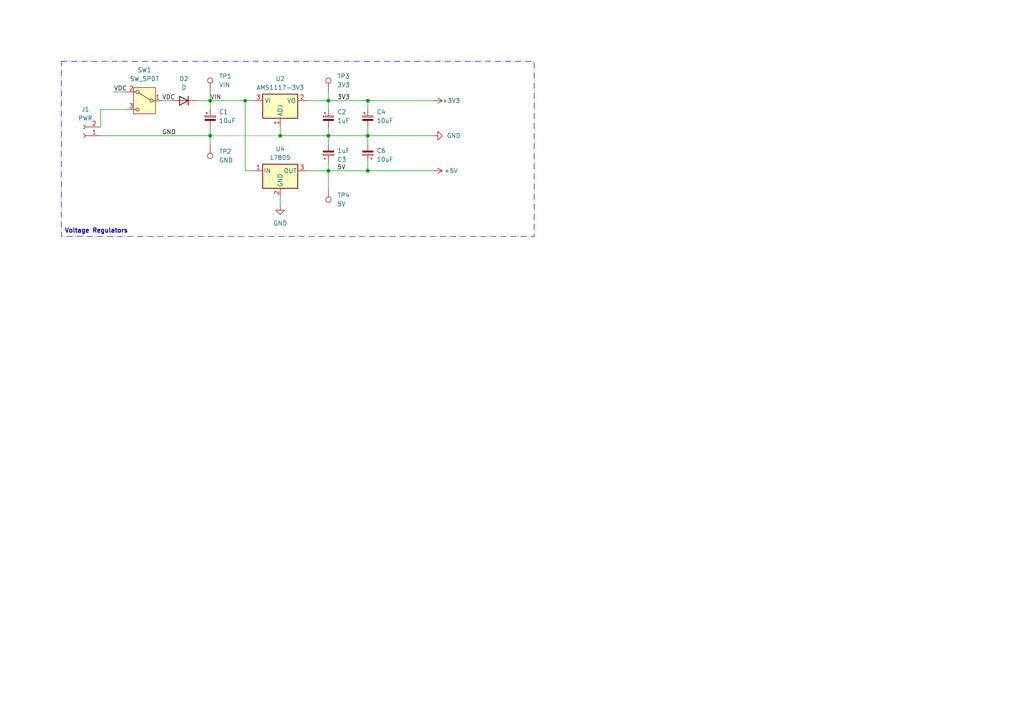
<source format=kicad_sch>
(kicad_sch (version 20231120) (generator "eeschema") (generator_version "8.0")
  (paper "A4")
  (lib_symbols
    (symbol "Alexander Symbol Library:AMS1117-3V3" (exclude_from_sim yes)
      (property "Reference" "U" (at 0 -0.254 0))
      (property "Value" "AMS1117-3V3" (at -0.508 1.778 0))
      (symbol "AMS1117-3V3_0_1"
        (rectangle (start -5.08 -8.89) (end 5.08 -1.905) (stroke (width 0.254)) (fill (type background)))
      )
      (symbol "AMS1117-3V3_1_1"
        (pin power_out line (at 0 -11.43 90) (length 2.54) (name "ADJ") (number "1"))
        (pin power_out line (at 7.62 -3.81 180) (length 2.54) (name "VO") (number "2"))
        (pin power_in line (at -7.62 -3.81 0) (length 2.54) (name "VI") (number "3"))
      )
    )
    (symbol "Alexander_Library_Symbols:SW_SPDT" (pin_names (offset 0) hide)
      (property "Reference" "SW" (at 0 5.08 0))
      (property "Value" "SW_SPDT" (at 0 -5.08 0))
      (symbol "SW_SPDT_0_1"
        (circle (center -2.032 0) (radius 0.4572))
        (polyline (pts (xy -1.651 0.254) (xy 1.651 2.286)))
        (circle (center 2.032 -2.54) (radius 0.4572))
        (circle (center 2.032 2.54) (radius 0.4572))
      )
      (symbol "SW_SPDT_1_1"
        (rectangle (start -3.175 3.81) (end 3.175 -3.81) (fill (type background)))
        (pin passive line (at -5.08 0 0) (length 2.54) (name "COM") (number "1"))
        (pin passive line (at 5.08 2.54 180) (length 2.54) (name "A") (number "2"))
        (pin passive line (at 5.08 -2.54 180) (length 2.54) (name "B") (number "3"))
      )
    )
    (symbol "Connector:Conn_01x02_Socket" (pin_names (offset 1.016) hide)
      (property "Reference" "J" (at 0 2.54 0))
      (property "Value" "Conn_01x02_Socket" (at 0 -5.08 0))
      (symbol "Conn_01x02_Socket_1_1"
        (arc (start 0 -2.032) (mid -0.5058 -2.54) (end 0 -3.048) (stroke (width 0.1524)))
        (polyline (pts (xy -1.27 -2.54) (xy -0.508 -2.54)) (stroke (width 0.1524)))
        (polyline (pts (xy -1.27 0) (xy -0.508 0)) (stroke (width 0.1524)))
        (arc (start 0 0.508) (mid -0.5058 0) (end 0 -0.508) (stroke (width 0.1524)))
        (pin passive line (at -5.08 0 0) (length 3.81) (name "Pin_1") (number "1"))
        (pin passive line (at -5.08 -2.54 0) (length 3.81) (name "Pin_2") (number "2"))
      )
    )
    (symbol "Connector:TestPoint" (pin_numbers hide) (pin_names (offset 0.762) hide)
      (property "Reference" "TP" (at 0 6.858 0))
      (property "Value" "TestPoint" (at 0 5.08 0))
      (symbol "TestPoint_0_1"
        (circle (center 0 3.302) (radius 0.762))
      )
      (symbol "TestPoint_1_1"
        (pin passive line (at 0 0 90) (length 2.54) (name "1") (number "1"))
      )
    )
    (symbol "Device:C_Polarized_Small" (pin_numbers hide) (pin_names (offset 0.254) hide)
      (property "Reference" "C" (at 0.254 1.778 0))
      (property "Value" "C_Polarized_Small" (at 0.254 -2.032 0))
      (symbol "C_Polarized_Small_0_1"
        (rectangle (start -1.524 -0.3048) (end 1.524 -0.6858) (fill (type outline)))
        (rectangle (start -1.524 0.6858) (end 1.524 0.3048))
        (polyline (pts (xy -1.27 1.524) (xy -0.762 1.524)))
        (polyline (pts (xy -1.016 1.27) (xy -1.016 1.778)))
      )
      (symbol "C_Polarized_Small_1_1"
        (pin passive line (at 0 2.54 270) (length 1.8542) (name "~") (number "1"))
        (pin passive line (at 0 -2.54 90) (length 1.8542) (name "~") (number "2"))
      )
    )
    (symbol "Device:D" (pin_numbers hide) (pin_names (offset 1.016) hide)
      (property "Reference" "D" (at 0 2.54 0))
      (property "Value" "D" (at 0 -2.54 0))
      (symbol "D_0_1"
        (polyline (pts (xy -1.27 1.27) (xy -1.27 -1.27)) (stroke (width 0.254)))
        (polyline (pts (xy 1.27 0) (xy -1.27 0)))
        (polyline (pts (xy 1.27 1.27) (xy 1.27 -1.27) (xy -1.27 0) (xy 1.27 1.27)) (stroke (width 0.254)))
      )
      (symbol "D_1_1"
        (pin passive line (at -3.81 0 0) (length 2.54) (name "K") (number "1"))
        (pin passive line (at 3.81 0 180) (length 2.54) (name "A") (number "2"))
      )
    )
    (symbol "Regulator_Linear:L7805" (pin_names (offset 0.254))
      (property "Reference" "U4" (at 0 6.35 0))
      (property "Value" "L7805" (at 0 3.81 0))
      (symbol "L7805_0_1"
        (rectangle (start -5.08 1.905) (end 5.08 -5.08) (stroke (width 0.254)) (fill (type background)))
      )
      (symbol "L7805_1_1"
        (pin power_in line (at -7.62 0 0) (length 2.54) (name "IN") (number "1"))
        (pin power_in line (at 0 -7.62 90) (length 2.54) (name "GND") (number "2"))
        (pin power_out line (at 7.62 0 180) (length 2.54) (name "OUT") (number "3"))
      )
    )
    (symbol "power:+3V3" (power) (pin_names (offset 0))
      (property "Value" "+3V3" (at 0 3.556 0))
      (symbol "+3V3_0_1"
        (polyline (pts (xy -0.762 1.27) (xy 0 2.54)))
        (polyline (pts (xy 0 0) (xy 0 2.54)))
        (polyline (pts (xy 0 2.54) (xy 0.762 1.27)))
      )
      (symbol "+3V3_1_1"
        (pin power_in line (at 0 0 90) (length 0) hide (name "+3V3") (number "1"))
      )
    )
    (symbol "power:+5V" (power) (pin_names (offset 0))
      (property "Value" "+5V" (at 0 3.556 0))
      (symbol "+5V_0_1"
        (polyline (pts (xy -0.762 1.27) (xy 0 2.54)))
        (polyline (pts (xy 0 0) (xy 0 2.54)))
        (polyline (pts (xy 0 2.54) (xy 0.762 1.27)))
      )
      (symbol "+5V_1_1"
        (pin power_in line (at 0 0 90) (length 0) hide (name "+5V") (number "1"))
      )
    )
    (symbol "power:GND" (power) (pin_names (offset 0))
      (property "Value" "GND" (at 0 -3.81 0))
      (symbol "GND_0_1"
        (polyline (pts (xy 0 0) (xy 0 -1.27) (xy 1.27 -1.27) (xy 0 -2.54) (xy -1.27 -1.27) (xy 0 -1.27)))
      )
      (symbol "GND_1_1"
        (pin power_in line (at 0 0 270) (length 0) hide (name "GND") (number "1"))
      )
    )
  )
  (junction (at 106.68 49.53))
  (junction (at 106.68 39.37))
  (junction (at 60.96 29.21))
  (junction (at 95.25 49.53))
  (junction (at 95.25 29.21))
  (junction (at 81.28 39.37))
  (junction (at 60.96 39.37))
  (junction (at 71.12 29.21))
  (junction (at 106.68 29.21))
  (junction (at 95.25 39.37))
  (wire (pts (xy 29.21 39.37) (xy 60.96 39.37)))
  (wire (pts (xy 29.21 31.75) (xy 29.21 36.83)))
  (wire (pts (xy 81.28 57.15) (xy 81.28 59.69)))
  (wire (pts (xy 106.68 29.21) (xy 106.68 31.75)))
  (wire (pts (xy 95.25 46.99) (xy 95.25 49.53)))
  (wire (pts (xy 71.12 29.21) (xy 73.66 29.21)))
  (wire (pts (xy 95.25 36.83) (xy 95.25 39.37)))
  (wire (pts (xy 106.68 46.99) (xy 106.68 49.53)))
  (wire (pts (xy 60.96 36.83) (xy 60.96 39.37)))
  (wire (pts (xy 95.25 26.67) (xy 95.25 29.21)))
  (wire (pts (xy 73.66 49.53) (xy 71.12 49.53)))
  (wire (pts (xy 95.25 29.21) (xy 95.25 31.75)))
  (wire (pts (xy 46.99 29.21) (xy 49.53 29.21)))
  (wire (pts (xy 106.68 36.83) (xy 106.68 39.37)))
  (wire (pts (xy 60.96 29.21) (xy 71.12 29.21)))
  (wire (pts (xy 106.68 39.37) (xy 125.73 39.37)))
  (wire (pts (xy 88.9 49.53) (xy 95.25 49.53)))
  (wire (pts (xy 60.96 26.67) (xy 60.96 29.21)))
  (wire (pts (xy 57.15 29.21) (xy 60.96 29.21)))
  (wire (pts (xy 60.96 39.37) (xy 81.28 39.37)) (stroke (width 0.0254)))
  (wire (pts (xy 106.68 39.37) (xy 106.68 41.91)))
  (wire (pts (xy 95.25 29.21) (xy 106.68 29.21)))
  (wire (pts (xy 71.12 29.21) (xy 71.12 49.53)))
  (wire (pts (xy 81.28 39.37) (xy 95.25 39.37)))
  (wire (pts (xy 95.25 39.37) (xy 95.25 41.91)))
  (wire (pts (xy 29.21 31.75) (xy 36.83 31.75)))
  (wire (pts (xy 106.68 49.53) (xy 125.73 49.53)))
  (wire (pts (xy 60.96 29.21) (xy 60.96 31.75)))
  (wire (pts (xy 95.25 39.37) (xy 106.68 39.37)))
  (wire (pts (xy 60.96 41.91) (xy 60.96 39.37)))
  (wire (pts (xy 88.9 29.21) (xy 95.25 29.21)))
  (wire (pts (xy 95.25 49.53) (xy 95.25 54.61)))
  (wire (pts (xy 95.25 49.53) (xy 106.68 49.53)))
  (wire (pts (xy 106.68 29.21) (xy 125.73 29.21)))
  (wire (pts (xy 81.28 36.83) (xy 81.28 39.37)))
  (wire (pts (xy 33.02 26.67) (xy 36.83 26.67)))
  (rectangle (start 17.78 17.78) (end 154.94 68.58) (stroke (width 0) (type dash_dot)))
  (text "Voltage Regulators" (at 27.94 66.294 0) (effects (font (size 1.27 1.27) (thickness 0.254) (bold yes)) (justify top)))
  (label "3V3" (at 97.79 29.21 0))
  (label "VIN" (at 60.96 29.21 0))
  (label "VDC" (at 33.02 26.67 0))
  (label "5V" (at 97.79 49.53 0))
  (label "VDC" (at 46.99 29.21 0))
  (label "GND" (at 46.99 39.37 0))
  (symbol (lib_id "Alexander Symbol Library:AMS1117-3V3") (at 81.28 25.4 0) (unit 1) (exclude_from_sim yes)
    (property "Reference" "U2" (at 81.28 22.86 0))
    (property "Value" "AMS1117-3V3" (at 81.28 25.4 0))
    (property "Footprint" "Alexander Footprint Library:AMS1117 SOT-223" (effects (hide yes)))
    (property "Description" "AMS1117" (effects (hide yes)))
  )
  (symbol (lib_id "Regulator_Linear:L7805") (at 81.28 49.53 0) (unit 1)
    (property "Reference" "U4" (at 81.28 43.18 0))
    (property "Value" "L7805" (at 81.28 45.72 0))
    (property "Footprint" "Alexander Footprint Library:LD1117" (effects (hide yes)))
    (property "Datasheet" "datasheets/Voltage-Regulator_L7805.pdf" (effects (hide yes)))
    (property "Description" "Voltage Regulator 1.5A Positive" (effects (hide yes)))
  )
  (symbol (lib_id "Connector:Conn_01x02_Socket") (at 24.13 39.37 180) (unit 1)
    (property "Reference" "J1" (at 24.765 31.75 0))
    (property "Value" "PWR" (at 24.765 34.29 0))
    (property "Footprint" "Connector_PinSocket_2.54mm:PinSocket_1x02_P2.54mm_Vertical" (effects (hide yes)))
  )
  (symbol (lib_id "Connector:TestPoint") (at 95.25 54.61 180) (unit 1)
    (property "Reference" "TP4" (at 97.79 56.6419 0) (effects (justify right)))
    (property "Value" "5V" (at 97.79 59.1819 0) (effects (justify right)))
    (property "Footprint" "TestPoint:TestPoint_Pad_D1.5mm" (effects (hide yes)))
    (property "Description" "test point" (effects (hide yes)))
  )
  (symbol (lib_id "Connector:TestPoint") (at 60.96 41.91 180) (unit 1)
    (property "Reference" "TP2" (at 63.5 43.9419 0) (effects (justify right)))
    (property "Value" "GND" (at 63.5 46.4819 0) (effects (justify right)))
    (property "Footprint" "TestPoint:TestPoint_Pad_D1.5mm" (effects (hide yes)))
    (property "Description" "test point" (effects (hide yes)))
  )
  (symbol (lib_id "Device:C_Polarized_Small") (at 95.25 44.45 0) (mirror x) (unit 1)
    (property "Reference" "C3" (at 97.79 46.2661 0) (effects (justify left)))
    (property "Value" "1uF" (at 97.79 43.7261 0) (effects (justify left)))
    (property "Footprint" "Capacitor_SMD:CP_Elec_3x5.3" (effects (hide yes)))
  )
  (symbol (lib_id "Device:C_Polarized_Small") (at 106.68 34.29 0) (unit 1)
    (property "Reference" "C4" (at 109.22 32.4738 0) (effects (justify left)))
    (property "Value" "10uF" (at 109.22 35.0138 0) (effects (justify left)))
    (property "Footprint" "Capacitor_SMD:CP_Elec_3x5.3" (effects (hide yes)))
  )
  (symbol (lib_id "power:GND") (at 81.28 59.69 0) (unit 1)
    (property "Reference" "#PWR06" (effects (hide yes)))
    (property "Value" "GND" (at 81.28 64.77 0))
  )
  (symbol (lib_id "power:GND") (at 125.73 39.37 90) (unit 1)
    (property "Reference" "#PWR011" (effects (hide yes)))
    (property "Value" "GND" (at 129.54 39.3699 90) (effects (justify right)))
  )
  (symbol (lib_id "Device:C_Polarized_Small") (at 95.25 34.29 0) (unit 1)
    (property "Reference" "C2" (at 97.79 32.4739 0) (effects (justify left)))
    (property "Value" "1uF" (at 97.79 35.0139 0) (effects (justify left)))
    (property "Footprint" "Capacitor_SMD:CP_Elec_3x5.3" (effects (hide yes)))
  )
  (symbol (lib_id "Device:D") (at 53.34 29.21 180) (unit 1)
    (property "Reference" "D2" (at 53.34 22.86 0))
    (property "Value" "D" (at 53.34 25.4 0))
    (property "Footprint" "Diode_SMD:D_1210_3225Metric" (effects (hide yes)))
    (property "Description" "Diode" (effects (hide yes)))
    (property "Sim.Device" "D" (effects (hide yes)))
    (property "Sim.Pins" "1=K 2=A" (effects (hide yes)))
  )
  (symbol (lib_id "Device:C_Polarized_Small") (at 60.96 34.29 0) (unit 1)
    (property "Reference" "C1" (at 63.5 32.4739 0) (effects (justify left)))
    (property "Value" "10uF" (at 63.5 35.0139 0) (effects (justify left)))
    (property "Footprint" "Capacitor_SMD:CP_Elec_3x5.3" (effects (hide yes)))
  )
  (symbol (lib_id "power:+5V") (at 125.73 49.53 270) (unit 1)
    (property "Reference" "#PWR07" (effects (hide yes)))
    (property "Value" "+5V" (at 130.81 49.53 90))
  )
  (symbol (lib_id "power:+3V3") (at 125.73 29.21 270) (unit 1)
    (property "Reference" "#PWR010" (effects (hide yes)))
    (property "Value" "+3V3" (at 130.81 29.21 90))
  )
  (symbol (lib_id "Device:C_Polarized_Small") (at 106.68 44.45 180) (unit 1)
    (property "Reference" "C6" (at 109.22 43.726 0) (effects (justify right)))
    (property "Value" "10uF" (at 109.22 46.266 0) (effects (justify right)))
    (property "Footprint" "Capacitor_SMD:CP_Elec_3x5.3" (effects (hide yes)))
  )
  (symbol (lib_id "Connector:TestPoint") (at 95.25 26.67 0) (unit 1)
    (property "Reference" "TP3" (at 97.79 22.0979 0) (effects (justify left)))
    (property "Value" "3V3" (at 97.79 24.6379 0) (effects (justify left)))
    (property "Footprint" "TestPoint:TestPoint_Pad_D1.5mm" (effects (hide yes)))
    (property "Description" "test point" (effects (hide yes)))
  )
  (symbol (lib_id "Alexander_Library_Symbols:SW_SPDT") (at 41.91 29.21 0) (mirror y) (unit 1)
    (property "Reference" "SW1" (at 41.91 20.32 0))
    (property "Value" "SW_SPDT" (at 41.91 22.86 0))
    (property "Footprint" "Alexander Footprint Library:SW_Slide-03_7.3x2.5x2.5_P2.54mm" (effects (hide yes)))
    (property "Description" "Switch, single pole double throw" (effects (hide yes)))
  )
  (symbol (lib_id "Connector:TestPoint") (at 60.96 26.67 0) (unit 1)
    (property "Reference" "TP1" (at 63.5 22.0979 0) (effects (justify left)))
    (property "Value" "VIN" (at 63.5 24.6379 0) (effects (justify left)))
    (property "Footprint" "TestPoint:TestPoint_Pad_D1.5mm" (effects (hide yes)))
    (property "Description" "test point" (effects (hide yes)))
  )
)
</source>
